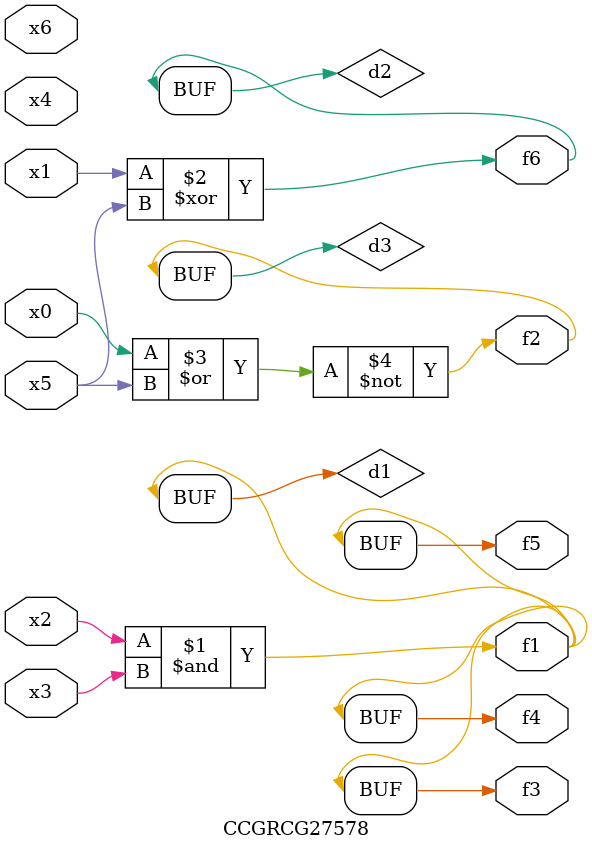
<source format=v>
module CCGRCG27578(
	input x0, x1, x2, x3, x4, x5, x6,
	output f1, f2, f3, f4, f5, f6
);

	wire d1, d2, d3;

	and (d1, x2, x3);
	xor (d2, x1, x5);
	nor (d3, x0, x5);
	assign f1 = d1;
	assign f2 = d3;
	assign f3 = d1;
	assign f4 = d1;
	assign f5 = d1;
	assign f6 = d2;
endmodule

</source>
